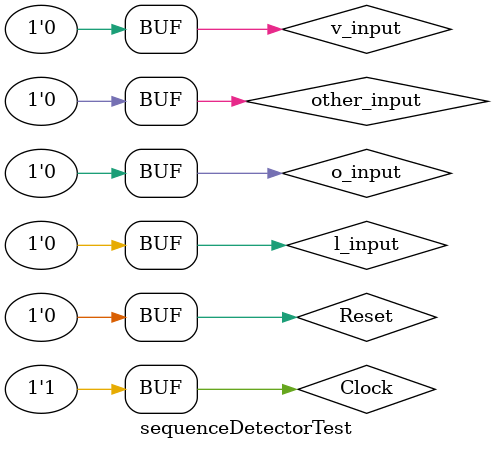
<source format=v>
module sequenceDetectorTest;

	reg Reset, Clock;
  	reg l_input, o_input, v_input, other_input;
  
  	wire volvo_state, vool_state, lol_state, oolvo_state;
  
   	sequenceDetector detect(Clock, Reset, l_input, o_input, v_input, other_input, volvo_state, vool_state, lol_state, oolvo_state);

  	always
  	begin
		Clock <= 0;
		#1;  
		Clock <= 1;
		#1; 
  	end
  
  	 
  	
  	//when volvo_state changes.
	always@ (volvo_state) 
	begin
		if (volvo_state == 1) 
			$display("* ENTERING VOLVO *");
		else 
			$display("* NOT IN VOLVO *");
	end

	//when vool_state changes. 
	always@ (vool_state)
	begin
		if (vool_state == 1) 
			$display("* ENTERING VOOL *");
		else 
			$display("* NOT IN VOOL *");
	end

	//when lol_state changes. 
	always@ (lol_state)  
	begin
		if (lol_state == 1) 
			$display("* ENTERING LOL *");
		else 
			$display("* NOT IN LOL *");
	end

	//when oolvo_state changes. 
	always@ (oolvo_state)  
	begin
		if (oolvo_state == 1) 
			$display("* ENTERING OOLVO *");
		else 
			$display("* NOT IN OOLVO *");
	end
	
  
  
  
  
  
	initial
	begin
  
		//set inputs to 0 so everything is low to start 
		l_input = 0;
		o_input = 0;
		v_input = 0;
		other_input = 0;
  
  
		//reset fsm to begin so that everything is clean to start
		Reset <= 1;
		#1;     
		Reset <= 0;
		#1;     
	
		//                  volvo vool lol         oolvo   lol
		//test string: LLOOVVOLVOLVOOLOLOLOL[OTHER]OOLVOLVOLOLOOLVOVLOVL[OTHER]
		//                     volvo lol lol          volvo   oolvo
		
		//VOLVO: 3
		//VOOL: 1
		//LOL: 4
		//OOLVO:2
		
		// L input <L>
		l_input <= 1; 
		#4; 
   
		// //L repeat <set to low here and high on next one>
		l_input <= 0; 
		#4;
	
		// L input <L>
		l_input <= 1; 
		#4; 
   
		// O input <LO>
		l_input <= 0; 
		o_input <= 1;
		#4;
  
	   	// //O repeat <set to low here and high on next one>
		o_input <= 0;
		#4;
  
	  	// O input <OO>
		o_input <= 1;
		#4; 
 
	  	// V input <V>
		o_input <= 0;
		v_input <= 1;
		#4;
   
		// //V repeat <set to low here and high on next one>
		v_input <= 0;
		#4; 

		// V input <V>
		v_input <= 1;
		#4; 

	  	// O input <VO>
		v_input <= 0;
		o_input <= 1;      
		#4; 
	
	   	// L input <VOL>
		o_input <= 0; 
		l_input <= 1;
		#4; 

		// V input <VOLV>
	   	l_input <= 0; 
		v_input <= 1;
		#4; 

		// O input <VOLVO> FINAL STATE {acceptance} VOVLO: 1 
	   	v_input <= 0; 
		o_input <= 1;
		#4; 

		// L input <VOL>
	   	o_input <= 0; 
		l_input <= 1;
		#4;
		
		// V input <VOLV> 
		l_input <= 0;
		v_input <= 1;
		#4;
		
		// O input <VOLVO> FINAL STATE {acceptance} VOLVO: 2
		v_input <= 0; 
		o_input <= 1;
		#4; 
   
		// //O repeat <set to low here and high on next one>
		o_input <= 0; 
		#4;
	
		// O input <VOO>
		o_input <= 1; 
		#4;
		
		// L input <VOOL> FINAL STATE {acceptance} VOOL: 1
	   	o_input <= 0; 
		l_input <= 1;
		#4; 
   
   		// O input <LO>
		l_input <= 0;
		o_input <= 1;      
		#4;
		
		// L input <LOL> FINAL STATE {acceptance} LOL: 1
	   	o_input <= 0; 
		l_input <= 1;
		#4;
		
		// O input <LO>
		l_input <= 0;
		o_input <= 1;      
		#4;
		
		// L input <LOL> FINAL STATE {acceptance} LOL: 2
	   	o_input <= 0; 
		l_input <= 1;
		#4;
		
		// O input <LO>
		l_input <= 0;
		o_input <= 1;      
		#4;
		
		// L input <LOL> FINAL STATE {acceptance} LOL: 3 
	   	o_input <= 0; 
		l_input <= 1;
		#4;
		
		// OTHER input <INIT>
		l_input <= 0;
		other_input <= 1;
		#4;
		
		// O input <O> 
		other_input <= 0;
		o_input <= 1;
		#4;
		
		// //O repeat <set to low here and high on next one>
		o_input <= 0;
		#4;
		
		// O input <OO>
		o_input <= 1;
		#4;
		 
		// L input <OOL>
		o_input <= 0;
		l_input <= 1;
		#4;
		
		// V input <OOLV>
		l_input <= 0;
		v_input <= 1;
		#4;
		
		// O input <OOLVO> FINAL STATE {acceptance} OOLVO: 1
		v_input <= 0;
		o_input <= 1;
		#4;
		
		// L input <VOL>
		o_input <= 0;
		l_input <= 1;
		#4;
		
		// V input <VOLV>
		l_input <= 0;
		v_input <= 1;
		#4; 
		
		// O input <VOLVO> FINAL STATE {acceptance} VOLVO: 3
		v_input <= 0;
		o_input <= 1;
		#4; 
		
		// L input <VOL>
		o_input <= 0;
		l_input <= 1;
		#4;
		
		// O input <LO>
		l_input <= 0;
		o_input <= 1;
		#4;
		
		// L input <LOL> FINAL STATE {acceptance} LOL: 4
		o_input <= 0;
		l_input <= 1;
		#4;
		
		// O input <LO> 
		l_input <= 0; 
		o_input <= 1;
		#4; 
   
		// //O repeat <set to low here and high on next one>
		o_input <= 0; 
		#4;
	
		// O input <OO>
		o_input <= 1; 
		#4;
		
		// L input <OOL>
		o_input <= 0;
		l_input <= 1;
		#4; 
		
		// V input <OOLV>
		l_input <= 0;
		v_input <= 1; 
		#4;
		
		// O input <OOLVO> FINAL STATE {acceptance} OOLVO: 2
		v_input <= 0;
		o_input <= 1;
		#4;
		
		// V input <V>
		o_input <= 0;
		v_input <= 1;
		#4;
		
		// L input <L>
		v_input <= 0;
		l_input <= 1;
		#4;
		
		// O input <LO>
		l_input <= 0;
		o_input <= 1;
		#4;
		
		// V input <V>
		o_input <= 0;
		v_input <= 1;
		#4;
		
		// L input <L>
		v_input <= 0;
		l_input <= 1;
		#4;
		
		// OTHER input <INIT>
		l_input <= 0;
		other_input <= 1;
		#4; 
		
		// end of string put high inputs to low
		other_input <= 0;
		#4;
		 
	  end

endmodule














</source>
